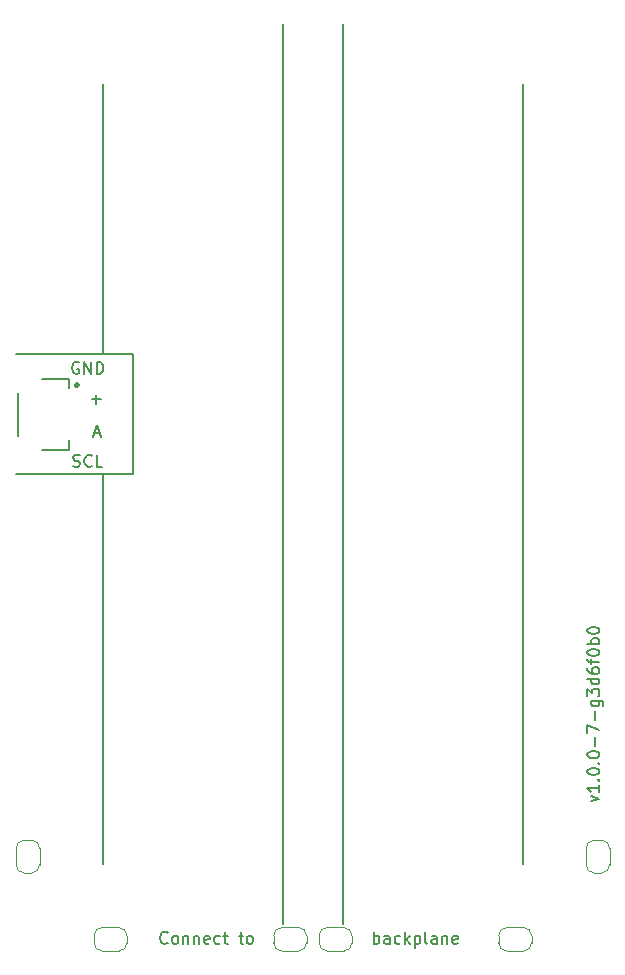
<source format=gbr>
%TF.GenerationSoftware,KiCad,Pcbnew,8.0.8*%
%TF.CreationDate,2025-08-24T09:26:36-04:00*%
%TF.ProjectId,project-protoboard,70726f6a-6563-4742-9d70-726f746f626f,rev?*%
%TF.SameCoordinates,Original*%
%TF.FileFunction,Legend,Top*%
%TF.FilePolarity,Positive*%
%FSLAX46Y46*%
G04 Gerber Fmt 4.6, Leading zero omitted, Abs format (unit mm)*
G04 Created by KiCad (PCBNEW 8.0.8) date 2025-08-24 09:26:36*
%MOMM*%
%LPD*%
G01*
G04 APERTURE LIST*
%ADD10C,0.150000*%
%ADD11C,0.120000*%
%ADD12C,0.127000*%
%ADD13C,0.300000*%
G04 APERTURE END LIST*
D10*
X82550000Y-49530000D02*
X82550000Y-59690000D01*
X80010000Y-92710000D02*
X80010000Y-59690000D01*
X115570000Y-92710000D02*
X115570000Y-26670000D01*
X80010000Y-49530000D02*
X80010000Y-26670000D01*
X95250000Y-97790000D02*
X95250000Y-21590000D01*
X82550000Y-59690000D02*
X72644000Y-59690000D01*
X72644000Y-49530000D02*
X82550000Y-49530000D01*
X100330000Y-21590000D02*
X100330000Y-97790000D01*
X79283160Y-56226104D02*
X79759350Y-56226104D01*
X79187922Y-56511819D02*
X79521255Y-55511819D01*
X79521255Y-55511819D02*
X79854588Y-56511819D01*
X85490207Y-99342580D02*
X85442588Y-99390200D01*
X85442588Y-99390200D02*
X85299731Y-99437819D01*
X85299731Y-99437819D02*
X85204493Y-99437819D01*
X85204493Y-99437819D02*
X85061636Y-99390200D01*
X85061636Y-99390200D02*
X84966398Y-99294961D01*
X84966398Y-99294961D02*
X84918779Y-99199723D01*
X84918779Y-99199723D02*
X84871160Y-99009247D01*
X84871160Y-99009247D02*
X84871160Y-98866390D01*
X84871160Y-98866390D02*
X84918779Y-98675914D01*
X84918779Y-98675914D02*
X84966398Y-98580676D01*
X84966398Y-98580676D02*
X85061636Y-98485438D01*
X85061636Y-98485438D02*
X85204493Y-98437819D01*
X85204493Y-98437819D02*
X85299731Y-98437819D01*
X85299731Y-98437819D02*
X85442588Y-98485438D01*
X85442588Y-98485438D02*
X85490207Y-98533057D01*
X86061636Y-99437819D02*
X85966398Y-99390200D01*
X85966398Y-99390200D02*
X85918779Y-99342580D01*
X85918779Y-99342580D02*
X85871160Y-99247342D01*
X85871160Y-99247342D02*
X85871160Y-98961628D01*
X85871160Y-98961628D02*
X85918779Y-98866390D01*
X85918779Y-98866390D02*
X85966398Y-98818771D01*
X85966398Y-98818771D02*
X86061636Y-98771152D01*
X86061636Y-98771152D02*
X86204493Y-98771152D01*
X86204493Y-98771152D02*
X86299731Y-98818771D01*
X86299731Y-98818771D02*
X86347350Y-98866390D01*
X86347350Y-98866390D02*
X86394969Y-98961628D01*
X86394969Y-98961628D02*
X86394969Y-99247342D01*
X86394969Y-99247342D02*
X86347350Y-99342580D01*
X86347350Y-99342580D02*
X86299731Y-99390200D01*
X86299731Y-99390200D02*
X86204493Y-99437819D01*
X86204493Y-99437819D02*
X86061636Y-99437819D01*
X86823541Y-98771152D02*
X86823541Y-99437819D01*
X86823541Y-98866390D02*
X86871160Y-98818771D01*
X86871160Y-98818771D02*
X86966398Y-98771152D01*
X86966398Y-98771152D02*
X87109255Y-98771152D01*
X87109255Y-98771152D02*
X87204493Y-98818771D01*
X87204493Y-98818771D02*
X87252112Y-98914009D01*
X87252112Y-98914009D02*
X87252112Y-99437819D01*
X87728303Y-98771152D02*
X87728303Y-99437819D01*
X87728303Y-98866390D02*
X87775922Y-98818771D01*
X87775922Y-98818771D02*
X87871160Y-98771152D01*
X87871160Y-98771152D02*
X88014017Y-98771152D01*
X88014017Y-98771152D02*
X88109255Y-98818771D01*
X88109255Y-98818771D02*
X88156874Y-98914009D01*
X88156874Y-98914009D02*
X88156874Y-99437819D01*
X89014017Y-99390200D02*
X88918779Y-99437819D01*
X88918779Y-99437819D02*
X88728303Y-99437819D01*
X88728303Y-99437819D02*
X88633065Y-99390200D01*
X88633065Y-99390200D02*
X88585446Y-99294961D01*
X88585446Y-99294961D02*
X88585446Y-98914009D01*
X88585446Y-98914009D02*
X88633065Y-98818771D01*
X88633065Y-98818771D02*
X88728303Y-98771152D01*
X88728303Y-98771152D02*
X88918779Y-98771152D01*
X88918779Y-98771152D02*
X89014017Y-98818771D01*
X89014017Y-98818771D02*
X89061636Y-98914009D01*
X89061636Y-98914009D02*
X89061636Y-99009247D01*
X89061636Y-99009247D02*
X88585446Y-99104485D01*
X89918779Y-99390200D02*
X89823541Y-99437819D01*
X89823541Y-99437819D02*
X89633065Y-99437819D01*
X89633065Y-99437819D02*
X89537827Y-99390200D01*
X89537827Y-99390200D02*
X89490208Y-99342580D01*
X89490208Y-99342580D02*
X89442589Y-99247342D01*
X89442589Y-99247342D02*
X89442589Y-98961628D01*
X89442589Y-98961628D02*
X89490208Y-98866390D01*
X89490208Y-98866390D02*
X89537827Y-98818771D01*
X89537827Y-98818771D02*
X89633065Y-98771152D01*
X89633065Y-98771152D02*
X89823541Y-98771152D01*
X89823541Y-98771152D02*
X89918779Y-98818771D01*
X90204494Y-98771152D02*
X90585446Y-98771152D01*
X90347351Y-98437819D02*
X90347351Y-99294961D01*
X90347351Y-99294961D02*
X90394970Y-99390200D01*
X90394970Y-99390200D02*
X90490208Y-99437819D01*
X90490208Y-99437819D02*
X90585446Y-99437819D01*
X91537828Y-98771152D02*
X91918780Y-98771152D01*
X91680685Y-98437819D02*
X91680685Y-99294961D01*
X91680685Y-99294961D02*
X91728304Y-99390200D01*
X91728304Y-99390200D02*
X91823542Y-99437819D01*
X91823542Y-99437819D02*
X91918780Y-99437819D01*
X92394971Y-99437819D02*
X92299733Y-99390200D01*
X92299733Y-99390200D02*
X92252114Y-99342580D01*
X92252114Y-99342580D02*
X92204495Y-99247342D01*
X92204495Y-99247342D02*
X92204495Y-98961628D01*
X92204495Y-98961628D02*
X92252114Y-98866390D01*
X92252114Y-98866390D02*
X92299733Y-98818771D01*
X92299733Y-98818771D02*
X92394971Y-98771152D01*
X92394971Y-98771152D02*
X92537828Y-98771152D01*
X92537828Y-98771152D02*
X92633066Y-98818771D01*
X92633066Y-98818771D02*
X92680685Y-98866390D01*
X92680685Y-98866390D02*
X92728304Y-98961628D01*
X92728304Y-98961628D02*
X92728304Y-99247342D01*
X92728304Y-99247342D02*
X92680685Y-99342580D01*
X92680685Y-99342580D02*
X92633066Y-99390200D01*
X92633066Y-99390200D02*
X92537828Y-99437819D01*
X92537828Y-99437819D02*
X92394971Y-99437819D01*
X79076779Y-53336866D02*
X79838684Y-53336866D01*
X79457731Y-53717819D02*
X79457731Y-52955914D01*
X77973588Y-50225438D02*
X77878350Y-50177819D01*
X77878350Y-50177819D02*
X77735493Y-50177819D01*
X77735493Y-50177819D02*
X77592636Y-50225438D01*
X77592636Y-50225438D02*
X77497398Y-50320676D01*
X77497398Y-50320676D02*
X77449779Y-50415914D01*
X77449779Y-50415914D02*
X77402160Y-50606390D01*
X77402160Y-50606390D02*
X77402160Y-50749247D01*
X77402160Y-50749247D02*
X77449779Y-50939723D01*
X77449779Y-50939723D02*
X77497398Y-51034961D01*
X77497398Y-51034961D02*
X77592636Y-51130200D01*
X77592636Y-51130200D02*
X77735493Y-51177819D01*
X77735493Y-51177819D02*
X77830731Y-51177819D01*
X77830731Y-51177819D02*
X77973588Y-51130200D01*
X77973588Y-51130200D02*
X78021207Y-51082580D01*
X78021207Y-51082580D02*
X78021207Y-50749247D01*
X78021207Y-50749247D02*
X77830731Y-50749247D01*
X78449779Y-51177819D02*
X78449779Y-50177819D01*
X78449779Y-50177819D02*
X79021207Y-51177819D01*
X79021207Y-51177819D02*
X79021207Y-50177819D01*
X79497398Y-51177819D02*
X79497398Y-50177819D01*
X79497398Y-50177819D02*
X79735493Y-50177819D01*
X79735493Y-50177819D02*
X79878350Y-50225438D01*
X79878350Y-50225438D02*
X79973588Y-50320676D01*
X79973588Y-50320676D02*
X80021207Y-50415914D01*
X80021207Y-50415914D02*
X80068826Y-50606390D01*
X80068826Y-50606390D02*
X80068826Y-50749247D01*
X80068826Y-50749247D02*
X80021207Y-50939723D01*
X80021207Y-50939723D02*
X79973588Y-51034961D01*
X79973588Y-51034961D02*
X79878350Y-51130200D01*
X79878350Y-51130200D02*
X79735493Y-51177819D01*
X79735493Y-51177819D02*
X79497398Y-51177819D01*
X121377152Y-87388458D02*
X122043819Y-87150363D01*
X122043819Y-87150363D02*
X121377152Y-86912268D01*
X122043819Y-86007506D02*
X122043819Y-86578934D01*
X122043819Y-86293220D02*
X121043819Y-86293220D01*
X121043819Y-86293220D02*
X121186676Y-86388458D01*
X121186676Y-86388458D02*
X121281914Y-86483696D01*
X121281914Y-86483696D02*
X121329533Y-86578934D01*
X121948580Y-85578934D02*
X121996200Y-85531315D01*
X121996200Y-85531315D02*
X122043819Y-85578934D01*
X122043819Y-85578934D02*
X121996200Y-85626553D01*
X121996200Y-85626553D02*
X121948580Y-85578934D01*
X121948580Y-85578934D02*
X122043819Y-85578934D01*
X121043819Y-84912268D02*
X121043819Y-84817030D01*
X121043819Y-84817030D02*
X121091438Y-84721792D01*
X121091438Y-84721792D02*
X121139057Y-84674173D01*
X121139057Y-84674173D02*
X121234295Y-84626554D01*
X121234295Y-84626554D02*
X121424771Y-84578935D01*
X121424771Y-84578935D02*
X121662866Y-84578935D01*
X121662866Y-84578935D02*
X121853342Y-84626554D01*
X121853342Y-84626554D02*
X121948580Y-84674173D01*
X121948580Y-84674173D02*
X121996200Y-84721792D01*
X121996200Y-84721792D02*
X122043819Y-84817030D01*
X122043819Y-84817030D02*
X122043819Y-84912268D01*
X122043819Y-84912268D02*
X121996200Y-85007506D01*
X121996200Y-85007506D02*
X121948580Y-85055125D01*
X121948580Y-85055125D02*
X121853342Y-85102744D01*
X121853342Y-85102744D02*
X121662866Y-85150363D01*
X121662866Y-85150363D02*
X121424771Y-85150363D01*
X121424771Y-85150363D02*
X121234295Y-85102744D01*
X121234295Y-85102744D02*
X121139057Y-85055125D01*
X121139057Y-85055125D02*
X121091438Y-85007506D01*
X121091438Y-85007506D02*
X121043819Y-84912268D01*
X121948580Y-84150363D02*
X121996200Y-84102744D01*
X121996200Y-84102744D02*
X122043819Y-84150363D01*
X122043819Y-84150363D02*
X121996200Y-84197982D01*
X121996200Y-84197982D02*
X121948580Y-84150363D01*
X121948580Y-84150363D02*
X122043819Y-84150363D01*
X121043819Y-83483697D02*
X121043819Y-83388459D01*
X121043819Y-83388459D02*
X121091438Y-83293221D01*
X121091438Y-83293221D02*
X121139057Y-83245602D01*
X121139057Y-83245602D02*
X121234295Y-83197983D01*
X121234295Y-83197983D02*
X121424771Y-83150364D01*
X121424771Y-83150364D02*
X121662866Y-83150364D01*
X121662866Y-83150364D02*
X121853342Y-83197983D01*
X121853342Y-83197983D02*
X121948580Y-83245602D01*
X121948580Y-83245602D02*
X121996200Y-83293221D01*
X121996200Y-83293221D02*
X122043819Y-83388459D01*
X122043819Y-83388459D02*
X122043819Y-83483697D01*
X122043819Y-83483697D02*
X121996200Y-83578935D01*
X121996200Y-83578935D02*
X121948580Y-83626554D01*
X121948580Y-83626554D02*
X121853342Y-83674173D01*
X121853342Y-83674173D02*
X121662866Y-83721792D01*
X121662866Y-83721792D02*
X121424771Y-83721792D01*
X121424771Y-83721792D02*
X121234295Y-83674173D01*
X121234295Y-83674173D02*
X121139057Y-83626554D01*
X121139057Y-83626554D02*
X121091438Y-83578935D01*
X121091438Y-83578935D02*
X121043819Y-83483697D01*
X121662866Y-82721792D02*
X121662866Y-81959888D01*
X121043819Y-81578935D02*
X121043819Y-80912269D01*
X121043819Y-80912269D02*
X122043819Y-81340840D01*
X121662866Y-80531316D02*
X121662866Y-79769412D01*
X121377152Y-78864650D02*
X122186676Y-78864650D01*
X122186676Y-78864650D02*
X122281914Y-78912269D01*
X122281914Y-78912269D02*
X122329533Y-78959888D01*
X122329533Y-78959888D02*
X122377152Y-79055126D01*
X122377152Y-79055126D02*
X122377152Y-79197983D01*
X122377152Y-79197983D02*
X122329533Y-79293221D01*
X121996200Y-78864650D02*
X122043819Y-78959888D01*
X122043819Y-78959888D02*
X122043819Y-79150364D01*
X122043819Y-79150364D02*
X121996200Y-79245602D01*
X121996200Y-79245602D02*
X121948580Y-79293221D01*
X121948580Y-79293221D02*
X121853342Y-79340840D01*
X121853342Y-79340840D02*
X121567628Y-79340840D01*
X121567628Y-79340840D02*
X121472390Y-79293221D01*
X121472390Y-79293221D02*
X121424771Y-79245602D01*
X121424771Y-79245602D02*
X121377152Y-79150364D01*
X121377152Y-79150364D02*
X121377152Y-78959888D01*
X121377152Y-78959888D02*
X121424771Y-78864650D01*
X121043819Y-78483697D02*
X121043819Y-77864650D01*
X121043819Y-77864650D02*
X121424771Y-78197983D01*
X121424771Y-78197983D02*
X121424771Y-78055126D01*
X121424771Y-78055126D02*
X121472390Y-77959888D01*
X121472390Y-77959888D02*
X121520009Y-77912269D01*
X121520009Y-77912269D02*
X121615247Y-77864650D01*
X121615247Y-77864650D02*
X121853342Y-77864650D01*
X121853342Y-77864650D02*
X121948580Y-77912269D01*
X121948580Y-77912269D02*
X121996200Y-77959888D01*
X121996200Y-77959888D02*
X122043819Y-78055126D01*
X122043819Y-78055126D02*
X122043819Y-78340840D01*
X122043819Y-78340840D02*
X121996200Y-78436078D01*
X121996200Y-78436078D02*
X121948580Y-78483697D01*
X122043819Y-77007507D02*
X121043819Y-77007507D01*
X121996200Y-77007507D02*
X122043819Y-77102745D01*
X122043819Y-77102745D02*
X122043819Y-77293221D01*
X122043819Y-77293221D02*
X121996200Y-77388459D01*
X121996200Y-77388459D02*
X121948580Y-77436078D01*
X121948580Y-77436078D02*
X121853342Y-77483697D01*
X121853342Y-77483697D02*
X121567628Y-77483697D01*
X121567628Y-77483697D02*
X121472390Y-77436078D01*
X121472390Y-77436078D02*
X121424771Y-77388459D01*
X121424771Y-77388459D02*
X121377152Y-77293221D01*
X121377152Y-77293221D02*
X121377152Y-77102745D01*
X121377152Y-77102745D02*
X121424771Y-77007507D01*
X121043819Y-76102745D02*
X121043819Y-76293221D01*
X121043819Y-76293221D02*
X121091438Y-76388459D01*
X121091438Y-76388459D02*
X121139057Y-76436078D01*
X121139057Y-76436078D02*
X121281914Y-76531316D01*
X121281914Y-76531316D02*
X121472390Y-76578935D01*
X121472390Y-76578935D02*
X121853342Y-76578935D01*
X121853342Y-76578935D02*
X121948580Y-76531316D01*
X121948580Y-76531316D02*
X121996200Y-76483697D01*
X121996200Y-76483697D02*
X122043819Y-76388459D01*
X122043819Y-76388459D02*
X122043819Y-76197983D01*
X122043819Y-76197983D02*
X121996200Y-76102745D01*
X121996200Y-76102745D02*
X121948580Y-76055126D01*
X121948580Y-76055126D02*
X121853342Y-76007507D01*
X121853342Y-76007507D02*
X121615247Y-76007507D01*
X121615247Y-76007507D02*
X121520009Y-76055126D01*
X121520009Y-76055126D02*
X121472390Y-76102745D01*
X121472390Y-76102745D02*
X121424771Y-76197983D01*
X121424771Y-76197983D02*
X121424771Y-76388459D01*
X121424771Y-76388459D02*
X121472390Y-76483697D01*
X121472390Y-76483697D02*
X121520009Y-76531316D01*
X121520009Y-76531316D02*
X121615247Y-76578935D01*
X121377152Y-75721792D02*
X121377152Y-75340840D01*
X122043819Y-75578935D02*
X121186676Y-75578935D01*
X121186676Y-75578935D02*
X121091438Y-75531316D01*
X121091438Y-75531316D02*
X121043819Y-75436078D01*
X121043819Y-75436078D02*
X121043819Y-75340840D01*
X121043819Y-74817030D02*
X121043819Y-74721792D01*
X121043819Y-74721792D02*
X121091438Y-74626554D01*
X121091438Y-74626554D02*
X121139057Y-74578935D01*
X121139057Y-74578935D02*
X121234295Y-74531316D01*
X121234295Y-74531316D02*
X121424771Y-74483697D01*
X121424771Y-74483697D02*
X121662866Y-74483697D01*
X121662866Y-74483697D02*
X121853342Y-74531316D01*
X121853342Y-74531316D02*
X121948580Y-74578935D01*
X121948580Y-74578935D02*
X121996200Y-74626554D01*
X121996200Y-74626554D02*
X122043819Y-74721792D01*
X122043819Y-74721792D02*
X122043819Y-74817030D01*
X122043819Y-74817030D02*
X121996200Y-74912268D01*
X121996200Y-74912268D02*
X121948580Y-74959887D01*
X121948580Y-74959887D02*
X121853342Y-75007506D01*
X121853342Y-75007506D02*
X121662866Y-75055125D01*
X121662866Y-75055125D02*
X121424771Y-75055125D01*
X121424771Y-75055125D02*
X121234295Y-75007506D01*
X121234295Y-75007506D02*
X121139057Y-74959887D01*
X121139057Y-74959887D02*
X121091438Y-74912268D01*
X121091438Y-74912268D02*
X121043819Y-74817030D01*
X122043819Y-74055125D02*
X121043819Y-74055125D01*
X121424771Y-74055125D02*
X121377152Y-73959887D01*
X121377152Y-73959887D02*
X121377152Y-73769411D01*
X121377152Y-73769411D02*
X121424771Y-73674173D01*
X121424771Y-73674173D02*
X121472390Y-73626554D01*
X121472390Y-73626554D02*
X121567628Y-73578935D01*
X121567628Y-73578935D02*
X121853342Y-73578935D01*
X121853342Y-73578935D02*
X121948580Y-73626554D01*
X121948580Y-73626554D02*
X121996200Y-73674173D01*
X121996200Y-73674173D02*
X122043819Y-73769411D01*
X122043819Y-73769411D02*
X122043819Y-73959887D01*
X122043819Y-73959887D02*
X121996200Y-74055125D01*
X121043819Y-72959887D02*
X121043819Y-72864649D01*
X121043819Y-72864649D02*
X121091438Y-72769411D01*
X121091438Y-72769411D02*
X121139057Y-72721792D01*
X121139057Y-72721792D02*
X121234295Y-72674173D01*
X121234295Y-72674173D02*
X121424771Y-72626554D01*
X121424771Y-72626554D02*
X121662866Y-72626554D01*
X121662866Y-72626554D02*
X121853342Y-72674173D01*
X121853342Y-72674173D02*
X121948580Y-72721792D01*
X121948580Y-72721792D02*
X121996200Y-72769411D01*
X121996200Y-72769411D02*
X122043819Y-72864649D01*
X122043819Y-72864649D02*
X122043819Y-72959887D01*
X122043819Y-72959887D02*
X121996200Y-73055125D01*
X121996200Y-73055125D02*
X121948580Y-73102744D01*
X121948580Y-73102744D02*
X121853342Y-73150363D01*
X121853342Y-73150363D02*
X121662866Y-73197982D01*
X121662866Y-73197982D02*
X121424771Y-73197982D01*
X121424771Y-73197982D02*
X121234295Y-73150363D01*
X121234295Y-73150363D02*
X121139057Y-73102744D01*
X121139057Y-73102744D02*
X121091438Y-73055125D01*
X121091438Y-73055125D02*
X121043819Y-72959887D01*
X77505160Y-59004200D02*
X77648017Y-59051819D01*
X77648017Y-59051819D02*
X77886112Y-59051819D01*
X77886112Y-59051819D02*
X77981350Y-59004200D01*
X77981350Y-59004200D02*
X78028969Y-58956580D01*
X78028969Y-58956580D02*
X78076588Y-58861342D01*
X78076588Y-58861342D02*
X78076588Y-58766104D01*
X78076588Y-58766104D02*
X78028969Y-58670866D01*
X78028969Y-58670866D02*
X77981350Y-58623247D01*
X77981350Y-58623247D02*
X77886112Y-58575628D01*
X77886112Y-58575628D02*
X77695636Y-58528009D01*
X77695636Y-58528009D02*
X77600398Y-58480390D01*
X77600398Y-58480390D02*
X77552779Y-58432771D01*
X77552779Y-58432771D02*
X77505160Y-58337533D01*
X77505160Y-58337533D02*
X77505160Y-58242295D01*
X77505160Y-58242295D02*
X77552779Y-58147057D01*
X77552779Y-58147057D02*
X77600398Y-58099438D01*
X77600398Y-58099438D02*
X77695636Y-58051819D01*
X77695636Y-58051819D02*
X77933731Y-58051819D01*
X77933731Y-58051819D02*
X78076588Y-58099438D01*
X79076588Y-58956580D02*
X79028969Y-59004200D01*
X79028969Y-59004200D02*
X78886112Y-59051819D01*
X78886112Y-59051819D02*
X78790874Y-59051819D01*
X78790874Y-59051819D02*
X78648017Y-59004200D01*
X78648017Y-59004200D02*
X78552779Y-58908961D01*
X78552779Y-58908961D02*
X78505160Y-58813723D01*
X78505160Y-58813723D02*
X78457541Y-58623247D01*
X78457541Y-58623247D02*
X78457541Y-58480390D01*
X78457541Y-58480390D02*
X78505160Y-58289914D01*
X78505160Y-58289914D02*
X78552779Y-58194676D01*
X78552779Y-58194676D02*
X78648017Y-58099438D01*
X78648017Y-58099438D02*
X78790874Y-58051819D01*
X78790874Y-58051819D02*
X78886112Y-58051819D01*
X78886112Y-58051819D02*
X79028969Y-58099438D01*
X79028969Y-58099438D02*
X79076588Y-58147057D01*
X79981350Y-59051819D02*
X79505160Y-59051819D01*
X79505160Y-59051819D02*
X79505160Y-58051819D01*
X102952779Y-99437819D02*
X102952779Y-98437819D01*
X102952779Y-98818771D02*
X103048017Y-98771152D01*
X103048017Y-98771152D02*
X103238493Y-98771152D01*
X103238493Y-98771152D02*
X103333731Y-98818771D01*
X103333731Y-98818771D02*
X103381350Y-98866390D01*
X103381350Y-98866390D02*
X103428969Y-98961628D01*
X103428969Y-98961628D02*
X103428969Y-99247342D01*
X103428969Y-99247342D02*
X103381350Y-99342580D01*
X103381350Y-99342580D02*
X103333731Y-99390200D01*
X103333731Y-99390200D02*
X103238493Y-99437819D01*
X103238493Y-99437819D02*
X103048017Y-99437819D01*
X103048017Y-99437819D02*
X102952779Y-99390200D01*
X104286112Y-99437819D02*
X104286112Y-98914009D01*
X104286112Y-98914009D02*
X104238493Y-98818771D01*
X104238493Y-98818771D02*
X104143255Y-98771152D01*
X104143255Y-98771152D02*
X103952779Y-98771152D01*
X103952779Y-98771152D02*
X103857541Y-98818771D01*
X104286112Y-99390200D02*
X104190874Y-99437819D01*
X104190874Y-99437819D02*
X103952779Y-99437819D01*
X103952779Y-99437819D02*
X103857541Y-99390200D01*
X103857541Y-99390200D02*
X103809922Y-99294961D01*
X103809922Y-99294961D02*
X103809922Y-99199723D01*
X103809922Y-99199723D02*
X103857541Y-99104485D01*
X103857541Y-99104485D02*
X103952779Y-99056866D01*
X103952779Y-99056866D02*
X104190874Y-99056866D01*
X104190874Y-99056866D02*
X104286112Y-99009247D01*
X105190874Y-99390200D02*
X105095636Y-99437819D01*
X105095636Y-99437819D02*
X104905160Y-99437819D01*
X104905160Y-99437819D02*
X104809922Y-99390200D01*
X104809922Y-99390200D02*
X104762303Y-99342580D01*
X104762303Y-99342580D02*
X104714684Y-99247342D01*
X104714684Y-99247342D02*
X104714684Y-98961628D01*
X104714684Y-98961628D02*
X104762303Y-98866390D01*
X104762303Y-98866390D02*
X104809922Y-98818771D01*
X104809922Y-98818771D02*
X104905160Y-98771152D01*
X104905160Y-98771152D02*
X105095636Y-98771152D01*
X105095636Y-98771152D02*
X105190874Y-98818771D01*
X105619446Y-99437819D02*
X105619446Y-98437819D01*
X105714684Y-99056866D02*
X106000398Y-99437819D01*
X106000398Y-98771152D02*
X105619446Y-99152104D01*
X106428970Y-98771152D02*
X106428970Y-99771152D01*
X106428970Y-98818771D02*
X106524208Y-98771152D01*
X106524208Y-98771152D02*
X106714684Y-98771152D01*
X106714684Y-98771152D02*
X106809922Y-98818771D01*
X106809922Y-98818771D02*
X106857541Y-98866390D01*
X106857541Y-98866390D02*
X106905160Y-98961628D01*
X106905160Y-98961628D02*
X106905160Y-99247342D01*
X106905160Y-99247342D02*
X106857541Y-99342580D01*
X106857541Y-99342580D02*
X106809922Y-99390200D01*
X106809922Y-99390200D02*
X106714684Y-99437819D01*
X106714684Y-99437819D02*
X106524208Y-99437819D01*
X106524208Y-99437819D02*
X106428970Y-99390200D01*
X107476589Y-99437819D02*
X107381351Y-99390200D01*
X107381351Y-99390200D02*
X107333732Y-99294961D01*
X107333732Y-99294961D02*
X107333732Y-98437819D01*
X108286113Y-99437819D02*
X108286113Y-98914009D01*
X108286113Y-98914009D02*
X108238494Y-98818771D01*
X108238494Y-98818771D02*
X108143256Y-98771152D01*
X108143256Y-98771152D02*
X107952780Y-98771152D01*
X107952780Y-98771152D02*
X107857542Y-98818771D01*
X108286113Y-99390200D02*
X108190875Y-99437819D01*
X108190875Y-99437819D02*
X107952780Y-99437819D01*
X107952780Y-99437819D02*
X107857542Y-99390200D01*
X107857542Y-99390200D02*
X107809923Y-99294961D01*
X107809923Y-99294961D02*
X107809923Y-99199723D01*
X107809923Y-99199723D02*
X107857542Y-99104485D01*
X107857542Y-99104485D02*
X107952780Y-99056866D01*
X107952780Y-99056866D02*
X108190875Y-99056866D01*
X108190875Y-99056866D02*
X108286113Y-99009247D01*
X108762304Y-98771152D02*
X108762304Y-99437819D01*
X108762304Y-98866390D02*
X108809923Y-98818771D01*
X108809923Y-98818771D02*
X108905161Y-98771152D01*
X108905161Y-98771152D02*
X109048018Y-98771152D01*
X109048018Y-98771152D02*
X109143256Y-98818771D01*
X109143256Y-98818771D02*
X109190875Y-98914009D01*
X109190875Y-98914009D02*
X109190875Y-99437819D01*
X110048018Y-99390200D02*
X109952780Y-99437819D01*
X109952780Y-99437819D02*
X109762304Y-99437819D01*
X109762304Y-99437819D02*
X109667066Y-99390200D01*
X109667066Y-99390200D02*
X109619447Y-99294961D01*
X109619447Y-99294961D02*
X109619447Y-98914009D01*
X109619447Y-98914009D02*
X109667066Y-98818771D01*
X109667066Y-98818771D02*
X109762304Y-98771152D01*
X109762304Y-98771152D02*
X109952780Y-98771152D01*
X109952780Y-98771152D02*
X110048018Y-98818771D01*
X110048018Y-98818771D02*
X110095637Y-98914009D01*
X110095637Y-98914009D02*
X110095637Y-99009247D01*
X110095637Y-99009247D02*
X109619447Y-99104485D01*
D11*
%TO.C,JP4*%
X98310000Y-99360000D02*
X98310000Y-98760000D01*
X99010000Y-98060000D02*
X100410000Y-98060000D01*
X100410000Y-100060000D02*
X99010000Y-100060000D01*
X101110000Y-98760000D02*
X101110000Y-99360000D01*
X98310000Y-98760000D02*
G75*
G02*
X99010000Y-98060000I700000J0D01*
G01*
X99010000Y-100060000D02*
G75*
G02*
X98310000Y-99360000I0J700000D01*
G01*
X100410000Y-98060000D02*
G75*
G02*
X101110000Y-98760000I1J-699999D01*
G01*
X101110000Y-99360000D02*
G75*
G02*
X100410000Y-100060000I-699999J-1D01*
G01*
D12*
%TO.C,J1*%
X72863000Y-52810000D02*
X72863000Y-56410000D01*
X77113000Y-51610000D02*
X74838000Y-51610000D01*
X77113000Y-52410000D02*
X77113000Y-51610000D01*
X77113000Y-56810000D02*
X77113000Y-57610000D01*
X77113000Y-57610000D02*
X74838000Y-57610000D01*
D13*
X77923000Y-52160000D02*
G75*
G02*
X77723000Y-52160000I-100000J0D01*
G01*
X77723000Y-52160000D02*
G75*
G02*
X77923000Y-52160000I100000J0D01*
G01*
D11*
%TO.C,JP6*%
X113520000Y-99360000D02*
X113520000Y-98760000D01*
X114220000Y-98060000D02*
X115620000Y-98060000D01*
X115620000Y-100060000D02*
X114220000Y-100060000D01*
X116320000Y-98760000D02*
X116320000Y-99360000D01*
X113520000Y-98760000D02*
G75*
G02*
X114220000Y-98060000I699999J1D01*
G01*
X114220000Y-100060000D02*
G75*
G02*
X113520000Y-99360000I-1J699999D01*
G01*
X115620000Y-98060000D02*
G75*
G02*
X116320000Y-98760000I0J-700000D01*
G01*
X116320000Y-99360000D02*
G75*
G02*
X115620000Y-100060000I-700000J0D01*
G01*
%TO.C,JP3*%
X94470000Y-99360000D02*
X94470000Y-98760000D01*
X95170000Y-98060000D02*
X96570000Y-98060000D01*
X96570000Y-100060000D02*
X95170000Y-100060000D01*
X97270000Y-98760000D02*
X97270000Y-99360000D01*
X94470000Y-98760000D02*
G75*
G02*
X95170000Y-98060000I699999J1D01*
G01*
X95170000Y-100060000D02*
G75*
G02*
X94470000Y-99360000I-1J699999D01*
G01*
X96570000Y-98060000D02*
G75*
G02*
X97270000Y-98760000I0J-700000D01*
G01*
X97270000Y-99360000D02*
G75*
G02*
X96570000Y-100060000I-700000J0D01*
G01*
%TO.C,JP5*%
X120920000Y-92760000D02*
X120920000Y-91360000D01*
X121620000Y-90660000D02*
X122220000Y-90660000D01*
X122220000Y-93460000D02*
X121620000Y-93460000D01*
X122920000Y-91360000D02*
X122920000Y-92760000D01*
X120920000Y-91360000D02*
G75*
G02*
X121620000Y-90660000I700000J0D01*
G01*
X121620000Y-93460000D02*
G75*
G02*
X120920000Y-92760000I-1J699999D01*
G01*
X122220000Y-90660000D02*
G75*
G02*
X122920000Y-91360000I0J-700000D01*
G01*
X122920000Y-92760000D02*
G75*
G02*
X122220000Y-93460000I-699999J-1D01*
G01*
%TO.C,JP1*%
X79260000Y-99360000D02*
X79260000Y-98760000D01*
X79960000Y-98060000D02*
X81360000Y-98060000D01*
X81360000Y-100060000D02*
X79960000Y-100060000D01*
X82060000Y-98760000D02*
X82060000Y-99360000D01*
X79260000Y-98760000D02*
G75*
G02*
X79960000Y-98060000I700000J0D01*
G01*
X79960000Y-100060000D02*
G75*
G02*
X79260000Y-99360000I0J700000D01*
G01*
X81360000Y-98060000D02*
G75*
G02*
X82060000Y-98760000I1J-699999D01*
G01*
X82060000Y-99360000D02*
G75*
G02*
X81360000Y-100060000I-699999J-1D01*
G01*
%TO.C,JP2*%
X72660000Y-92760000D02*
X72660000Y-91360000D01*
X73360000Y-90660000D02*
X73960000Y-90660000D01*
X73960000Y-93460000D02*
X73360000Y-93460000D01*
X74660000Y-91360000D02*
X74660000Y-92760000D01*
X72660000Y-91360000D02*
G75*
G02*
X73360000Y-90660000I700000J0D01*
G01*
X73360000Y-93460000D02*
G75*
G02*
X72660000Y-92760000I-1J699999D01*
G01*
X73960000Y-90660000D02*
G75*
G02*
X74660000Y-91360000I0J-700000D01*
G01*
X74660000Y-92760000D02*
G75*
G02*
X73960000Y-93460000I-699999J-1D01*
G01*
%TD*%
M02*

</source>
